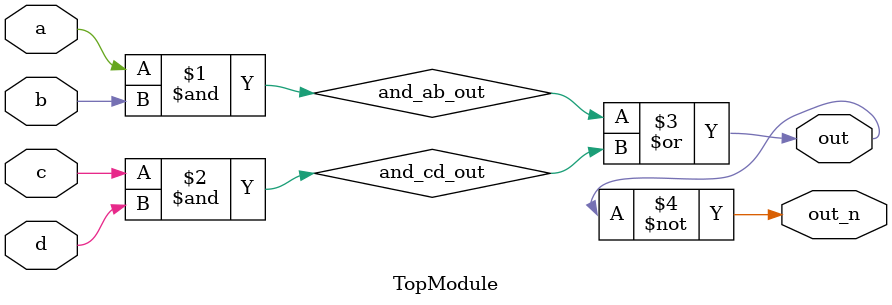
<source format=sv>

module TopModule (
  input a,
  input b,
  input c,
  input d,
  output out,
  output out_n
);

  // Intermediate wires to connect AND outputs to OR input
  wire and_ab_out;
  wire and_cd_out;
  
  // First layer: Two AND gates
  assign and_ab_out = a & b;
  assign and_cd_out = c & d;
  
  // Second layer: OR gate connecting the two AND outputs
  assign out = and_ab_out | and_cd_out;
  
  // Inverted output using the out wire directly
  assign out_n = ~out;

endmodule

</source>
